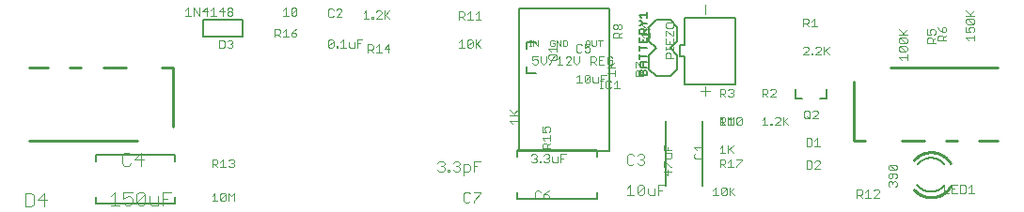
<source format=gto>
G75*
%MOIN*%
%OFA0B0*%
%FSLAX25Y25*%
%IPPOS*%
%LPD*%
%AMOC8*
5,1,8,0,0,1.08239X$1,22.5*
%
%ADD10C,0.00800*%
%ADD11C,0.00600*%
%ADD12C,0.00300*%
%ADD13C,0.00400*%
%ADD14C,0.00500*%
%ADD15C,0.00200*%
%ADD16C,0.01000*%
D10*
X0046906Y0006158D02*
X0046906Y0008442D01*
X0046906Y0006158D02*
X0075150Y0006158D01*
X0075150Y0008442D01*
X0075150Y0021158D02*
X0075150Y0023442D01*
X0046906Y0023442D01*
X0046906Y0021158D01*
X0196366Y0022658D02*
X0196366Y0024942D01*
X0224610Y0024942D01*
X0224610Y0022658D01*
X0249063Y0012257D02*
X0249063Y0035442D01*
X0261953Y0035442D02*
X0261953Y0012257D01*
X0224610Y0009942D02*
X0224610Y0007658D01*
X0196366Y0007658D01*
X0196366Y0009942D01*
X0294996Y0043544D02*
X0294996Y0046694D01*
X0306020Y0046694D02*
X0306020Y0043544D01*
X0303657Y0043544D01*
X0297358Y0043544D02*
X0294996Y0043544D01*
X0253008Y0053800D02*
X0250508Y0051300D01*
X0245508Y0051300D01*
X0243008Y0053800D01*
X0243008Y0058800D01*
X0245508Y0061300D01*
X0243008Y0063800D01*
X0243008Y0068800D01*
X0245508Y0071300D01*
X0250508Y0071300D01*
X0253008Y0068800D01*
X0253008Y0063800D01*
X0250508Y0061300D01*
X0253008Y0058800D01*
X0253008Y0053800D01*
X0202902Y0052288D02*
X0199752Y0052288D01*
X0199752Y0054650D01*
X0199752Y0060950D02*
X0199752Y0063312D01*
X0202902Y0063312D01*
D11*
X0239606Y0063386D02*
X0242208Y0063386D01*
X0242208Y0065121D01*
X0240907Y0064253D02*
X0240907Y0063386D01*
X0239606Y0063386D02*
X0239606Y0065121D01*
X0239606Y0066333D02*
X0239606Y0067634D01*
X0240039Y0068067D01*
X0240907Y0068067D01*
X0241340Y0067634D01*
X0241340Y0066333D01*
X0241340Y0067200D02*
X0242208Y0068067D01*
X0240907Y0070147D02*
X0240039Y0069279D01*
X0239606Y0069279D01*
X0240907Y0070147D02*
X0242208Y0070147D01*
X0240907Y0070147D02*
X0240039Y0071014D01*
X0239606Y0071014D01*
X0240473Y0072226D02*
X0239606Y0073093D01*
X0242208Y0073093D01*
X0242208Y0072226D02*
X0242208Y0073960D01*
X0242208Y0066333D02*
X0239606Y0066333D01*
X0239606Y0062174D02*
X0239606Y0060440D01*
X0239606Y0061307D02*
X0242208Y0061307D01*
X0239606Y0059228D02*
X0239606Y0057493D01*
X0239606Y0058360D02*
X0242208Y0058360D01*
X0242208Y0056281D02*
X0240473Y0056281D01*
X0239606Y0055414D01*
X0240473Y0054547D01*
X0242208Y0054547D01*
X0240907Y0054547D02*
X0240907Y0056281D01*
X0241340Y0053335D02*
X0241774Y0053335D01*
X0242208Y0052901D01*
X0242208Y0051600D01*
X0239606Y0051600D01*
X0239606Y0052901D01*
X0240039Y0053335D01*
X0240473Y0053335D01*
X0240907Y0052901D01*
X0240907Y0051600D01*
X0240907Y0052901D02*
X0241340Y0053335D01*
X0343008Y0022300D02*
X0343160Y0022298D01*
X0343311Y0022292D01*
X0343462Y0022283D01*
X0343614Y0022269D01*
X0343764Y0022252D01*
X0343914Y0022231D01*
X0344064Y0022206D01*
X0344213Y0022178D01*
X0344361Y0022145D01*
X0344508Y0022109D01*
X0344655Y0022070D01*
X0344800Y0022026D01*
X0344944Y0021979D01*
X0345087Y0021928D01*
X0345228Y0021874D01*
X0345369Y0021816D01*
X0345507Y0021755D01*
X0345644Y0021690D01*
X0345780Y0021621D01*
X0345913Y0021550D01*
X0346045Y0021475D01*
X0346175Y0021396D01*
X0346302Y0021315D01*
X0346428Y0021230D01*
X0346552Y0021142D01*
X0346673Y0021051D01*
X0346792Y0020957D01*
X0346908Y0020859D01*
X0347022Y0020759D01*
X0347134Y0020657D01*
X0347242Y0020551D01*
X0347348Y0020443D01*
X0347452Y0020332D01*
X0347552Y0020218D01*
X0347650Y0020102D01*
X0347744Y0019983D01*
X0343008Y0010300D02*
X0342854Y0010302D01*
X0342700Y0010308D01*
X0342546Y0010318D01*
X0342392Y0010332D01*
X0342239Y0010349D01*
X0342087Y0010371D01*
X0341935Y0010397D01*
X0341783Y0010426D01*
X0341633Y0010460D01*
X0341483Y0010497D01*
X0341335Y0010538D01*
X0341187Y0010583D01*
X0341041Y0010632D01*
X0340896Y0010684D01*
X0340753Y0010740D01*
X0340610Y0010800D01*
X0340470Y0010863D01*
X0340331Y0010930D01*
X0340194Y0011001D01*
X0340059Y0011075D01*
X0339926Y0011152D01*
X0339794Y0011233D01*
X0339665Y0011317D01*
X0339538Y0011405D01*
X0339414Y0011496D01*
X0339292Y0011589D01*
X0339172Y0011687D01*
X0339055Y0011787D01*
X0338940Y0011890D01*
X0338828Y0011996D01*
X0338719Y0012104D01*
X0338613Y0012216D01*
X0338509Y0012330D01*
X0338409Y0012447D01*
X0338311Y0012566D01*
X0338217Y0012688D01*
X0338126Y0012813D01*
X0343008Y0010300D02*
X0343158Y0010302D01*
X0343309Y0010308D01*
X0343459Y0010317D01*
X0343608Y0010330D01*
X0343758Y0010347D01*
X0343907Y0010368D01*
X0344055Y0010392D01*
X0344203Y0010420D01*
X0344350Y0010452D01*
X0344496Y0010487D01*
X0344641Y0010527D01*
X0344785Y0010569D01*
X0344928Y0010616D01*
X0345070Y0010666D01*
X0345211Y0010719D01*
X0345350Y0010776D01*
X0345488Y0010836D01*
X0345624Y0010900D01*
X0345758Y0010967D01*
X0345891Y0011038D01*
X0346022Y0011112D01*
X0346151Y0011189D01*
X0346278Y0011270D01*
X0346403Y0011353D01*
X0346526Y0011440D01*
X0346647Y0011529D01*
X0346765Y0011622D01*
X0346881Y0011718D01*
X0346995Y0011816D01*
X0347106Y0011917D01*
X0347215Y0012022D01*
X0347320Y0012128D01*
X0347424Y0012238D01*
X0347524Y0012350D01*
X0347622Y0012464D01*
X0347716Y0012581D01*
X0347808Y0012700D01*
X0343008Y0022300D02*
X0342856Y0022298D01*
X0342705Y0022292D01*
X0342554Y0022283D01*
X0342402Y0022269D01*
X0342252Y0022252D01*
X0342102Y0022231D01*
X0341952Y0022206D01*
X0341803Y0022178D01*
X0341655Y0022145D01*
X0341508Y0022109D01*
X0341361Y0022070D01*
X0341216Y0022026D01*
X0341072Y0021979D01*
X0340929Y0021928D01*
X0340788Y0021874D01*
X0340647Y0021816D01*
X0340509Y0021755D01*
X0340372Y0021690D01*
X0340236Y0021621D01*
X0340103Y0021550D01*
X0339971Y0021475D01*
X0339841Y0021396D01*
X0339714Y0021315D01*
X0339588Y0021230D01*
X0339464Y0021142D01*
X0339343Y0021051D01*
X0339224Y0020957D01*
X0339108Y0020859D01*
X0338994Y0020759D01*
X0338882Y0020657D01*
X0338774Y0020551D01*
X0338668Y0020443D01*
X0338564Y0020332D01*
X0338464Y0020218D01*
X0338366Y0020102D01*
X0338272Y0019983D01*
D12*
X0330826Y0019357D02*
X0330826Y0018390D01*
X0330343Y0017906D01*
X0328408Y0019841D01*
X0330343Y0019841D01*
X0330826Y0019357D01*
X0328408Y0019841D02*
X0327924Y0019357D01*
X0327924Y0018390D01*
X0328408Y0017906D01*
X0330343Y0017906D01*
X0330343Y0016894D02*
X0328408Y0016894D01*
X0327924Y0016411D01*
X0327924Y0015443D01*
X0328408Y0014960D01*
X0328891Y0014960D01*
X0329375Y0015443D01*
X0329375Y0016894D01*
X0330343Y0016894D02*
X0330826Y0016411D01*
X0330826Y0015443D01*
X0330343Y0014960D01*
X0330343Y0013948D02*
X0330826Y0013464D01*
X0330826Y0012497D01*
X0330343Y0012013D01*
X0329375Y0012980D02*
X0329375Y0013464D01*
X0329859Y0013948D01*
X0330343Y0013948D01*
X0329375Y0013464D02*
X0328891Y0013948D01*
X0328408Y0013948D01*
X0327924Y0013464D01*
X0327924Y0012497D01*
X0328408Y0012013D01*
X0324638Y0010614D02*
X0324155Y0011097D01*
X0323187Y0011097D01*
X0322703Y0010614D01*
X0324638Y0010614D02*
X0324638Y0010130D01*
X0322703Y0008195D01*
X0324638Y0008195D01*
X0321692Y0008195D02*
X0319757Y0008195D01*
X0320724Y0008195D02*
X0320724Y0011097D01*
X0319757Y0010130D01*
X0318745Y0010614D02*
X0318745Y0009646D01*
X0318262Y0009162D01*
X0316810Y0009162D01*
X0317778Y0009162D02*
X0318745Y0008195D01*
X0316810Y0008195D02*
X0316810Y0011097D01*
X0318262Y0011097D01*
X0318745Y0010614D01*
X0347494Y0009781D02*
X0349429Y0009781D01*
X0350440Y0009781D02*
X0352375Y0009781D01*
X0353387Y0009781D02*
X0354838Y0009781D01*
X0355322Y0010265D01*
X0355322Y0012200D01*
X0354838Y0012684D01*
X0353387Y0012684D01*
X0353387Y0009781D01*
X0356333Y0009781D02*
X0358268Y0009781D01*
X0357301Y0009781D02*
X0357301Y0012684D01*
X0356333Y0011716D01*
X0352375Y0012684D02*
X0350440Y0012684D01*
X0350440Y0009781D01*
X0347494Y0009781D02*
X0347494Y0012684D01*
X0350440Y0011233D02*
X0351408Y0011233D01*
X0303709Y0018387D02*
X0301774Y0018387D01*
X0303709Y0020322D01*
X0303709Y0020806D01*
X0303225Y0021289D01*
X0302257Y0021289D01*
X0301774Y0020806D01*
X0300762Y0020806D02*
X0300278Y0021289D01*
X0298827Y0021289D01*
X0298827Y0018387D01*
X0300278Y0018387D01*
X0300762Y0018871D01*
X0300762Y0020806D01*
X0300278Y0026387D02*
X0300762Y0026871D01*
X0300762Y0028806D01*
X0300278Y0029289D01*
X0298827Y0029289D01*
X0298827Y0026387D01*
X0300278Y0026387D01*
X0301774Y0026387D02*
X0303709Y0026387D01*
X0302741Y0026387D02*
X0302741Y0029289D01*
X0301774Y0028322D01*
X0292459Y0033950D02*
X0291008Y0035401D01*
X0290524Y0034917D02*
X0292459Y0036852D01*
X0290524Y0036852D02*
X0290524Y0033950D01*
X0289513Y0033950D02*
X0287578Y0033950D01*
X0289513Y0035885D01*
X0289513Y0036369D01*
X0289029Y0036852D01*
X0288061Y0036852D01*
X0287578Y0036369D01*
X0284125Y0036852D02*
X0283158Y0035885D01*
X0284125Y0036852D02*
X0284125Y0033950D01*
X0283158Y0033950D02*
X0285093Y0033950D01*
X0286104Y0033950D02*
X0286588Y0033950D01*
X0286588Y0034434D01*
X0286104Y0034434D01*
X0286104Y0033950D01*
X0275986Y0034434D02*
X0275986Y0036369D01*
X0274051Y0034434D01*
X0274535Y0033950D01*
X0275502Y0033950D01*
X0275986Y0034434D01*
X0274051Y0034434D02*
X0274051Y0036369D01*
X0274535Y0036852D01*
X0275502Y0036852D01*
X0275986Y0036369D01*
X0273039Y0036852D02*
X0273039Y0033950D01*
X0271104Y0033950D01*
X0271104Y0036852D01*
X0272072Y0035885D01*
X0273039Y0036852D01*
X0272072Y0036852D02*
X0271104Y0035885D01*
X0270093Y0036369D02*
X0270093Y0035401D01*
X0269609Y0034917D01*
X0268158Y0034917D01*
X0268158Y0033950D02*
X0270093Y0033950D01*
X0269125Y0034917D01*
X0269125Y0033950D02*
X0269125Y0036852D01*
X0268158Y0035885D01*
X0268158Y0036852D02*
X0269609Y0036852D01*
X0270093Y0036369D01*
X0268158Y0036852D02*
X0268158Y0033950D01*
X0272072Y0033950D02*
X0272072Y0036852D01*
X0298015Y0036734D02*
X0298499Y0036250D01*
X0299466Y0036250D01*
X0299950Y0036734D01*
X0299950Y0038669D01*
X0299466Y0039152D01*
X0298499Y0039152D01*
X0298015Y0038669D01*
X0298015Y0036734D01*
X0298982Y0037217D02*
X0299950Y0036250D01*
X0300961Y0036250D02*
X0302896Y0038185D01*
X0302896Y0038669D01*
X0302413Y0039152D01*
X0301445Y0039152D01*
X0300961Y0038669D01*
X0300961Y0036250D02*
X0302896Y0036250D01*
X0288039Y0043950D02*
X0286104Y0043950D01*
X0288039Y0045885D01*
X0288039Y0046369D01*
X0287556Y0046852D01*
X0286588Y0046852D01*
X0286104Y0046369D01*
X0285093Y0046369D02*
X0285093Y0045401D01*
X0284609Y0044917D01*
X0283158Y0044917D01*
X0283158Y0043950D02*
X0283158Y0046852D01*
X0284609Y0046852D01*
X0285093Y0046369D01*
X0284125Y0044917D02*
X0285093Y0043950D01*
X0273039Y0044434D02*
X0272556Y0043950D01*
X0271588Y0043950D01*
X0271104Y0044434D01*
X0270093Y0043950D02*
X0269125Y0044917D01*
X0269609Y0044917D02*
X0268158Y0044917D01*
X0268158Y0043950D02*
X0268158Y0046852D01*
X0269609Y0046852D01*
X0270093Y0046369D01*
X0270093Y0045401D01*
X0269609Y0044917D01*
X0272072Y0045401D02*
X0272556Y0045401D01*
X0273039Y0044917D01*
X0273039Y0044434D01*
X0272556Y0045401D02*
X0273039Y0045885D01*
X0273039Y0046369D01*
X0272556Y0046852D01*
X0271588Y0046852D01*
X0271104Y0046369D01*
X0241058Y0051557D02*
X0238155Y0051557D01*
X0238155Y0053008D01*
X0238639Y0053492D01*
X0239607Y0053492D01*
X0240090Y0053008D01*
X0240090Y0051557D01*
X0240090Y0052524D02*
X0241058Y0053492D01*
X0241058Y0054503D02*
X0240574Y0054503D01*
X0238639Y0056438D01*
X0238155Y0056438D01*
X0238155Y0054503D01*
X0231058Y0054503D02*
X0228155Y0054503D01*
X0229607Y0054987D02*
X0231058Y0056438D01*
X0230090Y0054503D02*
X0228155Y0056438D01*
X0231058Y0053492D02*
X0231058Y0051557D01*
X0231058Y0052524D02*
X0228155Y0052524D01*
X0229123Y0051557D01*
X0227995Y0051872D02*
X0226060Y0051872D01*
X0226060Y0048970D01*
X0226142Y0049852D02*
X0226142Y0046950D01*
X0226625Y0046950D02*
X0225658Y0046950D01*
X0227622Y0047434D02*
X0228106Y0046950D01*
X0229073Y0046950D01*
X0229557Y0047434D01*
X0230569Y0046950D02*
X0232504Y0046950D01*
X0231536Y0046950D02*
X0231536Y0049852D01*
X0230569Y0048885D01*
X0229557Y0049369D02*
X0229073Y0049852D01*
X0228106Y0049852D01*
X0227622Y0049369D01*
X0227622Y0047434D01*
X0225049Y0048970D02*
X0225049Y0050905D01*
X0226060Y0050421D02*
X0227028Y0050421D01*
X0226625Y0049852D02*
X0225658Y0049852D01*
X0225049Y0048970D02*
X0223598Y0048970D01*
X0223114Y0049453D01*
X0223114Y0050905D01*
X0222102Y0051388D02*
X0220167Y0049453D01*
X0220651Y0048970D01*
X0221619Y0048970D01*
X0222102Y0049453D01*
X0222102Y0051388D01*
X0221619Y0051872D01*
X0220651Y0051872D01*
X0220167Y0051388D01*
X0220167Y0049453D01*
X0219156Y0048970D02*
X0217221Y0048970D01*
X0218188Y0048970D02*
X0218188Y0051872D01*
X0217221Y0050905D01*
X0210358Y0057684D02*
X0209874Y0057200D01*
X0207939Y0057200D01*
X0207455Y0057684D01*
X0207455Y0058651D01*
X0207939Y0059135D01*
X0209874Y0059135D01*
X0210358Y0058651D01*
X0210358Y0057684D01*
X0209390Y0058167D02*
X0210358Y0059135D01*
X0210358Y0060147D02*
X0210358Y0062081D01*
X0210358Y0061114D02*
X0207455Y0061114D01*
X0208423Y0060147D01*
X0217221Y0060379D02*
X0217705Y0059895D01*
X0218672Y0059895D01*
X0219156Y0060379D01*
X0220167Y0060379D02*
X0220651Y0059895D01*
X0221619Y0059895D01*
X0222102Y0060379D01*
X0222102Y0061346D01*
X0221619Y0061830D01*
X0221135Y0061830D01*
X0220167Y0061346D01*
X0220167Y0062797D01*
X0222102Y0062797D01*
X0219156Y0062314D02*
X0218672Y0062797D01*
X0217705Y0062797D01*
X0217221Y0062314D01*
X0217221Y0060379D01*
X0230455Y0064950D02*
X0230455Y0066401D01*
X0230939Y0066885D01*
X0231907Y0066885D01*
X0232390Y0066401D01*
X0232390Y0064950D01*
X0232390Y0065917D02*
X0233358Y0066885D01*
X0232874Y0067897D02*
X0232390Y0067897D01*
X0231907Y0068380D01*
X0231907Y0069348D01*
X0232390Y0069831D01*
X0232874Y0069831D01*
X0233358Y0069348D01*
X0233358Y0068380D01*
X0232874Y0067897D01*
X0231907Y0068380D02*
X0231423Y0067897D01*
X0230939Y0067897D01*
X0230455Y0068380D01*
X0230455Y0069348D01*
X0230939Y0069831D01*
X0231423Y0069831D01*
X0231907Y0069348D01*
X0240455Y0069831D02*
X0242390Y0067897D01*
X0241907Y0068380D02*
X0243358Y0069831D01*
X0248876Y0069978D02*
X0248876Y0069011D01*
X0249360Y0068527D01*
X0251295Y0068527D01*
X0251778Y0069011D01*
X0251778Y0069978D01*
X0251295Y0070462D01*
X0249360Y0070462D01*
X0248876Y0069978D01*
X0243358Y0067897D02*
X0240455Y0067897D01*
X0243358Y0066885D02*
X0243358Y0064950D01*
X0243358Y0065917D02*
X0240455Y0065917D01*
X0241423Y0064950D01*
X0248876Y0064569D02*
X0248876Y0062634D01*
X0251778Y0062634D01*
X0251778Y0064569D01*
X0251778Y0065581D02*
X0251778Y0067516D01*
X0251295Y0065581D02*
X0249360Y0067516D01*
X0248876Y0067516D01*
X0248876Y0065581D01*
X0251295Y0065581D02*
X0251778Y0065581D01*
X0250327Y0063602D02*
X0250327Y0062634D01*
X0248876Y0061637D02*
X0248876Y0060670D01*
X0248876Y0061153D02*
X0251778Y0061153D01*
X0251778Y0060670D02*
X0251778Y0061637D01*
X0250327Y0059658D02*
X0249360Y0059658D01*
X0248876Y0059174D01*
X0248876Y0057723D01*
X0251778Y0057723D01*
X0250811Y0057723D02*
X0250811Y0059174D01*
X0250327Y0059658D01*
X0233358Y0064950D02*
X0230455Y0064950D01*
X0183486Y0064352D02*
X0181551Y0062417D01*
X0182035Y0062901D02*
X0183486Y0061450D01*
X0181551Y0061450D02*
X0181551Y0064352D01*
X0180539Y0063869D02*
X0178604Y0061934D01*
X0179088Y0061450D01*
X0180056Y0061450D01*
X0180539Y0061934D01*
X0180539Y0063869D01*
X0180056Y0064352D01*
X0179088Y0064352D01*
X0178604Y0063869D01*
X0178604Y0061934D01*
X0177593Y0061450D02*
X0175658Y0061450D01*
X0176625Y0061450D02*
X0176625Y0064352D01*
X0175658Y0063385D01*
X0151146Y0061201D02*
X0149211Y0061201D01*
X0150663Y0062652D01*
X0150663Y0059750D01*
X0148200Y0059750D02*
X0146265Y0059750D01*
X0147232Y0059750D02*
X0147232Y0062652D01*
X0146265Y0061685D01*
X0145253Y0062169D02*
X0145253Y0061201D01*
X0144770Y0060717D01*
X0143318Y0060717D01*
X0143318Y0059750D02*
X0143318Y0062652D01*
X0144770Y0062652D01*
X0145253Y0062169D01*
X0140501Y0062921D02*
X0139534Y0062921D01*
X0138522Y0063405D02*
X0138522Y0061470D01*
X0137071Y0061470D01*
X0136587Y0061953D01*
X0136587Y0063405D01*
X0134608Y0064372D02*
X0134608Y0061470D01*
X0133641Y0061470D02*
X0135576Y0061470D01*
X0132651Y0061470D02*
X0132167Y0061470D01*
X0132167Y0061953D01*
X0132651Y0061953D01*
X0132651Y0061470D01*
X0131156Y0061953D02*
X0130672Y0061470D01*
X0129705Y0061470D01*
X0129221Y0061953D01*
X0131156Y0063888D01*
X0131156Y0061953D01*
X0129221Y0061953D02*
X0129221Y0063888D01*
X0129705Y0064372D01*
X0130672Y0064372D01*
X0131156Y0063888D01*
X0133641Y0063405D02*
X0134608Y0064372D01*
X0139534Y0064372D02*
X0141469Y0064372D01*
X0139534Y0064372D02*
X0139534Y0061470D01*
X0144286Y0060717D02*
X0145253Y0059750D01*
X0118146Y0065734D02*
X0118146Y0066217D01*
X0117663Y0066701D01*
X0116211Y0066701D01*
X0116211Y0065734D01*
X0116695Y0065250D01*
X0117663Y0065250D01*
X0118146Y0065734D01*
X0117179Y0067669D02*
X0116211Y0066701D01*
X0117179Y0067669D02*
X0118146Y0068152D01*
X0114232Y0068152D02*
X0113265Y0067185D01*
X0112253Y0067669D02*
X0112253Y0066701D01*
X0111770Y0066217D01*
X0110318Y0066217D01*
X0111286Y0066217D02*
X0112253Y0065250D01*
X0113265Y0065250D02*
X0115200Y0065250D01*
X0114232Y0065250D02*
X0114232Y0068152D01*
X0112253Y0067669D02*
X0111770Y0068152D01*
X0110318Y0068152D01*
X0110318Y0065250D01*
X0095477Y0063732D02*
X0095477Y0063248D01*
X0094993Y0062764D01*
X0095477Y0062280D01*
X0095477Y0061797D01*
X0094993Y0061313D01*
X0094026Y0061313D01*
X0093542Y0061797D01*
X0092531Y0061797D02*
X0092531Y0063732D01*
X0092047Y0064215D01*
X0090596Y0064215D01*
X0090596Y0061313D01*
X0092047Y0061313D01*
X0092531Y0061797D01*
X0094510Y0062764D02*
X0094993Y0062764D01*
X0095477Y0063732D02*
X0094993Y0064215D01*
X0094026Y0064215D01*
X0093542Y0063732D01*
X0129221Y0072879D02*
X0129705Y0072395D01*
X0130672Y0072395D01*
X0131156Y0072879D01*
X0132167Y0072395D02*
X0134102Y0074330D01*
X0134102Y0074814D01*
X0133619Y0075297D01*
X0132651Y0075297D01*
X0132167Y0074814D01*
X0131156Y0074814D02*
X0130672Y0075297D01*
X0129705Y0075297D01*
X0129221Y0074814D01*
X0129221Y0072879D01*
X0132167Y0072395D02*
X0134102Y0072395D01*
X0141845Y0071750D02*
X0143780Y0071750D01*
X0142813Y0071750D02*
X0142813Y0074652D01*
X0141845Y0073685D01*
X0146265Y0074169D02*
X0146749Y0074652D01*
X0147716Y0074652D01*
X0148200Y0074169D01*
X0148200Y0073685D01*
X0146265Y0071750D01*
X0148200Y0071750D01*
X0149211Y0071750D02*
X0149211Y0074652D01*
X0149211Y0072717D02*
X0151146Y0074652D01*
X0149695Y0073201D02*
X0151146Y0071750D01*
X0145275Y0071750D02*
X0145275Y0072234D01*
X0144792Y0072234D01*
X0144792Y0071750D01*
X0145275Y0071750D01*
X0118146Y0073234D02*
X0117663Y0072750D01*
X0116695Y0072750D01*
X0116211Y0073234D01*
X0118146Y0075169D01*
X0118146Y0073234D01*
X0116211Y0073234D02*
X0116211Y0075169D01*
X0116695Y0075652D01*
X0117663Y0075652D01*
X0118146Y0075169D01*
X0114232Y0075652D02*
X0113265Y0074685D01*
X0114232Y0075652D02*
X0114232Y0072750D01*
X0113265Y0072750D02*
X0115200Y0072750D01*
X0095477Y0073289D02*
X0094993Y0072805D01*
X0094026Y0072805D01*
X0093542Y0073289D01*
X0093542Y0073773D01*
X0094026Y0074256D01*
X0094993Y0074256D01*
X0095477Y0073773D01*
X0095477Y0073289D01*
X0094993Y0074256D02*
X0095477Y0074740D01*
X0095477Y0075224D01*
X0094993Y0075708D01*
X0094026Y0075708D01*
X0093542Y0075224D01*
X0093542Y0074740D01*
X0094026Y0074256D01*
X0092531Y0074256D02*
X0090596Y0074256D01*
X0092047Y0075708D01*
X0092047Y0072805D01*
X0089584Y0072805D02*
X0087649Y0072805D01*
X0088617Y0072805D02*
X0088617Y0075708D01*
X0087649Y0074740D01*
X0086637Y0074256D02*
X0084703Y0074256D01*
X0086154Y0075708D01*
X0086154Y0072805D01*
X0083691Y0072805D02*
X0083691Y0075708D01*
X0081756Y0075708D02*
X0083691Y0072805D01*
X0081756Y0072805D02*
X0081756Y0075708D01*
X0079777Y0075708D02*
X0079777Y0072805D01*
X0080744Y0072805D02*
X0078809Y0072805D01*
X0078809Y0074740D02*
X0079777Y0075708D01*
X0175658Y0074352D02*
X0175658Y0071450D01*
X0175658Y0072417D02*
X0177109Y0072417D01*
X0177593Y0072901D01*
X0177593Y0073869D01*
X0177109Y0074352D01*
X0175658Y0074352D01*
X0178604Y0073385D02*
X0179572Y0074352D01*
X0179572Y0071450D01*
X0180539Y0071450D02*
X0178604Y0071450D01*
X0177593Y0071450D02*
X0176625Y0072417D01*
X0181551Y0071450D02*
X0183486Y0071450D01*
X0182518Y0071450D02*
X0182518Y0074352D01*
X0181551Y0073385D01*
X0297658Y0071852D02*
X0297658Y0068950D01*
X0297658Y0069917D02*
X0299109Y0069917D01*
X0299593Y0070401D01*
X0299593Y0071369D01*
X0299109Y0071852D01*
X0297658Y0071852D01*
X0300604Y0070885D02*
X0301572Y0071852D01*
X0301572Y0068950D01*
X0302539Y0068950D02*
X0300604Y0068950D01*
X0299593Y0068950D02*
X0298625Y0069917D01*
X0331655Y0067938D02*
X0333590Y0066003D01*
X0333107Y0066487D02*
X0334558Y0067938D01*
X0341655Y0067938D02*
X0341655Y0066003D01*
X0343107Y0066003D01*
X0342623Y0066971D01*
X0342623Y0067455D01*
X0343107Y0067938D01*
X0344074Y0067938D01*
X0344558Y0067455D01*
X0344558Y0066487D01*
X0344074Y0066003D01*
X0344558Y0064992D02*
X0343590Y0064024D01*
X0343590Y0064508D02*
X0343107Y0064992D01*
X0342139Y0064992D01*
X0341655Y0064508D01*
X0341655Y0063057D01*
X0344558Y0063057D01*
X0343590Y0063057D02*
X0343590Y0064508D01*
X0345455Y0063950D02*
X0345455Y0065401D01*
X0345939Y0065885D01*
X0346907Y0065885D01*
X0347390Y0065401D01*
X0347390Y0063950D01*
X0347390Y0064917D02*
X0348358Y0065885D01*
X0347874Y0066897D02*
X0346907Y0066897D01*
X0346907Y0068348D01*
X0347390Y0068831D01*
X0347874Y0068831D01*
X0348358Y0068348D01*
X0348358Y0067380D01*
X0347874Y0066897D01*
X0346907Y0066897D02*
X0345939Y0067864D01*
X0345455Y0068831D01*
X0355455Y0068831D02*
X0355455Y0066897D01*
X0356907Y0066897D01*
X0356423Y0067864D01*
X0356423Y0068348D01*
X0356907Y0068831D01*
X0357874Y0068831D01*
X0358358Y0068348D01*
X0358358Y0067380D01*
X0357874Y0066897D01*
X0358358Y0065885D02*
X0358358Y0063950D01*
X0358358Y0064917D02*
X0355455Y0064917D01*
X0356423Y0063950D01*
X0348358Y0063950D02*
X0345455Y0063950D01*
X0334558Y0063541D02*
X0334074Y0063057D01*
X0332139Y0064992D01*
X0334074Y0064992D01*
X0334558Y0064508D01*
X0334558Y0063541D01*
X0334074Y0063057D02*
X0332139Y0063057D01*
X0331655Y0063541D01*
X0331655Y0064508D01*
X0332139Y0064992D01*
X0331655Y0066003D02*
X0334558Y0066003D01*
X0334074Y0062045D02*
X0334558Y0061562D01*
X0334558Y0060594D01*
X0334074Y0060110D01*
X0332139Y0062045D01*
X0334074Y0062045D01*
X0332139Y0062045D02*
X0331655Y0061562D01*
X0331655Y0060594D01*
X0332139Y0060110D01*
X0334074Y0060110D01*
X0334558Y0059099D02*
X0334558Y0057164D01*
X0334558Y0058131D02*
X0331655Y0058131D01*
X0332623Y0057164D01*
X0306959Y0058950D02*
X0305508Y0060401D01*
X0305024Y0059917D02*
X0306959Y0061852D01*
X0305024Y0061852D02*
X0305024Y0058950D01*
X0304013Y0058950D02*
X0302078Y0058950D01*
X0304013Y0060885D01*
X0304013Y0061369D01*
X0303529Y0061852D01*
X0302561Y0061852D01*
X0302078Y0061369D01*
X0299593Y0061369D02*
X0299593Y0060885D01*
X0297658Y0058950D01*
X0299593Y0058950D01*
X0300604Y0058950D02*
X0301088Y0058950D01*
X0301088Y0059434D01*
X0300604Y0059434D01*
X0300604Y0058950D01*
X0299593Y0061369D02*
X0299109Y0061852D01*
X0298142Y0061852D01*
X0297658Y0061369D01*
X0355455Y0070327D02*
X0355939Y0069843D01*
X0357874Y0069843D01*
X0355939Y0071778D01*
X0357874Y0071778D01*
X0358358Y0071294D01*
X0358358Y0070327D01*
X0357874Y0069843D01*
X0355455Y0070327D02*
X0355455Y0071294D01*
X0355939Y0071778D01*
X0355455Y0072790D02*
X0358358Y0072790D01*
X0357390Y0072790D02*
X0355455Y0074725D01*
X0356907Y0073273D02*
X0358358Y0074725D01*
X0196558Y0039438D02*
X0195107Y0037987D01*
X0195590Y0037503D02*
X0193655Y0039438D01*
X0193655Y0037503D02*
X0196558Y0037503D01*
X0196558Y0036492D02*
X0196558Y0034557D01*
X0194623Y0034557D02*
X0193655Y0035524D01*
X0196558Y0035524D01*
X0205155Y0033438D02*
X0205155Y0031503D01*
X0206607Y0031503D01*
X0206123Y0032471D01*
X0206123Y0032955D01*
X0206607Y0033438D01*
X0207574Y0033438D01*
X0208058Y0032955D01*
X0208058Y0031987D01*
X0207574Y0031503D01*
X0208058Y0030492D02*
X0208058Y0028557D01*
X0208058Y0029524D02*
X0205155Y0029524D01*
X0206123Y0028557D01*
X0206607Y0027545D02*
X0207090Y0027062D01*
X0207090Y0025610D01*
X0208058Y0025610D02*
X0205155Y0025610D01*
X0205155Y0027062D01*
X0205639Y0027545D01*
X0206607Y0027545D01*
X0207090Y0026578D02*
X0208058Y0027545D01*
X0207207Y0023633D02*
X0206239Y0023633D01*
X0205755Y0023149D01*
X0207207Y0023633D02*
X0207690Y0023149D01*
X0207690Y0022665D01*
X0207207Y0022182D01*
X0207690Y0021698D01*
X0207690Y0021214D01*
X0207207Y0020730D01*
X0206239Y0020730D01*
X0205755Y0021214D01*
X0204766Y0021214D02*
X0204766Y0020730D01*
X0204282Y0020730D01*
X0204282Y0021214D01*
X0204766Y0021214D01*
X0203271Y0021214D02*
X0202787Y0020730D01*
X0201819Y0020730D01*
X0201336Y0021214D01*
X0202303Y0022182D02*
X0202787Y0022182D01*
X0203271Y0021698D01*
X0203271Y0021214D01*
X0202787Y0022182D02*
X0203271Y0022665D01*
X0203271Y0023149D01*
X0202787Y0023633D01*
X0201819Y0023633D01*
X0201336Y0023149D01*
X0206723Y0022182D02*
X0207207Y0022182D01*
X0208702Y0022665D02*
X0208702Y0021214D01*
X0209186Y0020730D01*
X0210637Y0020730D01*
X0210637Y0022665D01*
X0211648Y0022182D02*
X0212616Y0022182D01*
X0211648Y0023633D02*
X0211648Y0020730D01*
X0211648Y0023633D02*
X0213583Y0023633D01*
X0235221Y0022981D02*
X0235221Y0020512D01*
X0235838Y0019895D01*
X0237072Y0019895D01*
X0237690Y0020512D01*
X0238904Y0020512D02*
X0239521Y0019895D01*
X0240756Y0019895D01*
X0241373Y0020512D01*
X0241373Y0021129D01*
X0240756Y0021746D01*
X0240138Y0021746D01*
X0240756Y0021746D02*
X0241373Y0022364D01*
X0241373Y0022981D01*
X0240756Y0023598D01*
X0239521Y0023598D01*
X0238904Y0022981D01*
X0237690Y0022981D02*
X0237072Y0023598D01*
X0235838Y0023598D01*
X0235221Y0022981D01*
X0248175Y0024940D02*
X0248175Y0026875D01*
X0249626Y0025908D02*
X0249626Y0024940D01*
X0248175Y0024940D02*
X0251078Y0024940D01*
X0251078Y0023929D02*
X0249143Y0023929D01*
X0251078Y0023929D02*
X0251078Y0022478D01*
X0250594Y0021994D01*
X0249143Y0021994D01*
X0248659Y0020982D02*
X0250594Y0019047D01*
X0251078Y0019047D01*
X0248175Y0019047D02*
X0248175Y0020982D01*
X0248659Y0020982D01*
X0259100Y0022478D02*
X0259100Y0023445D01*
X0259584Y0023929D01*
X0259100Y0022478D02*
X0259584Y0021994D01*
X0261519Y0021994D01*
X0262003Y0022478D01*
X0262003Y0023445D01*
X0261519Y0023929D01*
X0268158Y0023950D02*
X0270093Y0023950D01*
X0269125Y0023950D02*
X0269125Y0026852D01*
X0268158Y0025885D01*
X0271104Y0026852D02*
X0271104Y0023950D01*
X0271588Y0025401D02*
X0273039Y0023950D01*
X0271104Y0024917D02*
X0273039Y0026852D01*
X0262003Y0026875D02*
X0262003Y0024940D01*
X0262003Y0025908D02*
X0259100Y0025908D01*
X0260068Y0024940D01*
X0268158Y0021852D02*
X0269609Y0021852D01*
X0270093Y0021369D01*
X0270093Y0020401D01*
X0269609Y0019917D01*
X0268158Y0019917D01*
X0269125Y0019917D02*
X0270093Y0018950D01*
X0271104Y0018950D02*
X0273039Y0018950D01*
X0272072Y0018950D02*
X0272072Y0021852D01*
X0271104Y0020885D01*
X0268158Y0021852D02*
X0268158Y0018950D01*
X0274051Y0018950D02*
X0274051Y0019434D01*
X0275986Y0021369D01*
X0275986Y0021852D01*
X0274051Y0021852D01*
X0251078Y0017552D02*
X0248175Y0017552D01*
X0249626Y0016101D01*
X0249626Y0018036D01*
X0248739Y0012673D02*
X0246270Y0012673D01*
X0246270Y0008970D01*
X0245056Y0008970D02*
X0245056Y0011438D01*
X0246270Y0010821D02*
X0247505Y0010821D01*
X0242587Y0011438D02*
X0242587Y0009587D01*
X0243204Y0008970D01*
X0245056Y0008970D01*
X0241373Y0009587D02*
X0240756Y0008970D01*
X0239521Y0008970D01*
X0238904Y0009587D01*
X0241373Y0012056D01*
X0241373Y0009587D01*
X0238904Y0009587D02*
X0238904Y0012056D01*
X0239521Y0012673D01*
X0240756Y0012673D01*
X0241373Y0012056D01*
X0236455Y0012673D02*
X0235221Y0011438D01*
X0236455Y0012673D02*
X0236455Y0008970D01*
X0235221Y0008970D02*
X0237690Y0008970D01*
X0207583Y0008773D02*
X0207100Y0009256D01*
X0205648Y0009256D01*
X0205648Y0008289D01*
X0206132Y0007805D01*
X0207100Y0007805D01*
X0207583Y0008289D01*
X0207583Y0008773D01*
X0206616Y0010224D02*
X0205648Y0009256D01*
X0206616Y0010224D02*
X0207583Y0010708D01*
X0204637Y0010224D02*
X0204153Y0010708D01*
X0203186Y0010708D01*
X0202702Y0010224D01*
X0202702Y0008289D01*
X0203186Y0007805D01*
X0204153Y0007805D01*
X0204637Y0008289D01*
X0183381Y0009591D02*
X0180912Y0007122D01*
X0180912Y0006505D01*
X0179697Y0007122D02*
X0179080Y0006505D01*
X0177846Y0006505D01*
X0177229Y0007122D01*
X0177229Y0009591D01*
X0177846Y0010208D01*
X0179080Y0010208D01*
X0179697Y0009591D01*
X0180912Y0010208D02*
X0183381Y0010208D01*
X0183381Y0009591D01*
X0177229Y0016196D02*
X0177229Y0019899D01*
X0179080Y0019899D01*
X0179697Y0019282D01*
X0179697Y0018048D01*
X0179080Y0017430D01*
X0177229Y0017430D01*
X0176014Y0018048D02*
X0175397Y0017430D01*
X0174163Y0017430D01*
X0173545Y0018048D01*
X0172321Y0018048D02*
X0172321Y0017430D01*
X0171704Y0017430D01*
X0171704Y0018048D01*
X0172321Y0018048D01*
X0170489Y0018048D02*
X0170489Y0018665D01*
X0169872Y0019282D01*
X0169255Y0019282D01*
X0169872Y0019282D02*
X0170489Y0019899D01*
X0170489Y0020516D01*
X0169872Y0021133D01*
X0168638Y0021133D01*
X0168021Y0020516D01*
X0173545Y0020516D02*
X0174163Y0021133D01*
X0175397Y0021133D01*
X0176014Y0020516D01*
X0176014Y0019899D01*
X0175397Y0019282D01*
X0176014Y0018665D01*
X0176014Y0018048D01*
X0180912Y0017430D02*
X0180912Y0021133D01*
X0183380Y0021133D01*
X0182146Y0019282D02*
X0180912Y0019282D01*
X0175397Y0019282D02*
X0174780Y0019282D01*
X0170489Y0018048D02*
X0169872Y0017430D01*
X0168638Y0017430D01*
X0168021Y0018048D01*
X0095986Y0019434D02*
X0095502Y0018950D01*
X0094535Y0018950D01*
X0094051Y0019434D01*
X0093039Y0018950D02*
X0091104Y0018950D01*
X0092072Y0018950D02*
X0092072Y0021852D01*
X0091104Y0020885D01*
X0090093Y0021369D02*
X0090093Y0020401D01*
X0089609Y0019917D01*
X0088158Y0019917D01*
X0089125Y0019917D02*
X0090093Y0018950D01*
X0088158Y0018950D02*
X0088158Y0021852D01*
X0089609Y0021852D01*
X0090093Y0021369D01*
X0094051Y0021369D02*
X0094535Y0021852D01*
X0095502Y0021852D01*
X0095986Y0021369D01*
X0095986Y0020885D01*
X0095502Y0020401D01*
X0095986Y0019917D01*
X0095986Y0019434D01*
X0095502Y0020401D02*
X0095018Y0020401D01*
X0094051Y0009852D02*
X0095018Y0008885D01*
X0095986Y0009852D01*
X0095986Y0006950D01*
X0094051Y0006950D02*
X0094051Y0009852D01*
X0093039Y0009369D02*
X0091104Y0007434D01*
X0091588Y0006950D01*
X0092556Y0006950D01*
X0093039Y0007434D01*
X0093039Y0009369D01*
X0092556Y0009852D01*
X0091588Y0009852D01*
X0091104Y0009369D01*
X0091104Y0007434D01*
X0090093Y0006950D02*
X0088158Y0006950D01*
X0089125Y0006950D02*
X0089125Y0009852D01*
X0088158Y0008885D01*
X0265658Y0008950D02*
X0267593Y0008950D01*
X0266625Y0008950D02*
X0266625Y0011852D01*
X0265658Y0010885D01*
X0268604Y0011369D02*
X0269088Y0011852D01*
X0270056Y0011852D01*
X0270539Y0011369D01*
X0268604Y0009434D01*
X0269088Y0008950D01*
X0270056Y0008950D01*
X0270539Y0009434D01*
X0270539Y0011369D01*
X0271551Y0011852D02*
X0271551Y0008950D01*
X0272035Y0010401D02*
X0273486Y0008950D01*
X0271551Y0009917D02*
X0273486Y0011852D01*
X0268604Y0011369D02*
X0268604Y0009434D01*
D13*
X0024133Y0005063D02*
X0021831Y0005063D01*
X0021831Y0009667D01*
X0024133Y0009667D01*
X0024900Y0008900D01*
X0024900Y0005830D01*
X0024133Y0005063D01*
X0028737Y0005063D02*
X0028737Y0009667D01*
X0026435Y0007365D01*
X0029504Y0007365D01*
X0052208Y0008569D02*
X0053743Y0010104D01*
X0053743Y0005500D01*
X0055277Y0005500D02*
X0052208Y0005500D01*
X0056812Y0006267D02*
X0057579Y0005500D01*
X0059114Y0005500D01*
X0059881Y0006267D01*
X0059881Y0007802D01*
X0059114Y0008569D01*
X0058346Y0008569D01*
X0056812Y0007802D01*
X0056812Y0010104D01*
X0059881Y0010104D01*
X0061416Y0009337D02*
X0062183Y0010104D01*
X0063718Y0010104D01*
X0064485Y0009337D01*
X0061416Y0006267D01*
X0062183Y0005500D01*
X0063718Y0005500D01*
X0064485Y0006267D01*
X0064485Y0009337D01*
X0066020Y0008569D02*
X0066020Y0006267D01*
X0066787Y0005500D01*
X0069089Y0005500D01*
X0069089Y0008569D01*
X0070624Y0007802D02*
X0072158Y0007802D01*
X0070624Y0005500D02*
X0070624Y0010104D01*
X0073693Y0010104D01*
X0061416Y0009337D02*
X0061416Y0006267D01*
X0063114Y0019500D02*
X0063114Y0024104D01*
X0060812Y0021802D01*
X0063881Y0021802D01*
X0059277Y0023337D02*
X0058510Y0024104D01*
X0056975Y0024104D01*
X0056208Y0023337D01*
X0056208Y0020267D01*
X0056975Y0019500D01*
X0058510Y0019500D01*
X0059277Y0020267D01*
X0201708Y0055967D02*
X0202175Y0055500D01*
X0203109Y0055500D01*
X0203576Y0055967D01*
X0203576Y0056901D01*
X0203109Y0057368D01*
X0202642Y0057368D01*
X0201708Y0056901D01*
X0201708Y0058302D01*
X0203576Y0058302D01*
X0204654Y0058302D02*
X0204654Y0056434D01*
X0205589Y0055500D01*
X0206523Y0056434D01*
X0206523Y0058302D01*
X0209469Y0058302D02*
X0207601Y0055500D01*
X0210547Y0055500D02*
X0212416Y0055500D01*
X0211482Y0055500D02*
X0211482Y0058302D01*
X0210547Y0057368D01*
X0213494Y0057835D02*
X0213961Y0058302D01*
X0214895Y0058302D01*
X0215362Y0057835D01*
X0215362Y0057368D01*
X0213494Y0055500D01*
X0215362Y0055500D01*
X0216440Y0056434D02*
X0217375Y0055500D01*
X0218309Y0056434D01*
X0218309Y0058302D01*
X0216440Y0058302D02*
X0216440Y0056434D01*
X0222334Y0056434D02*
X0223735Y0056434D01*
X0224202Y0056901D01*
X0224202Y0057835D01*
X0223735Y0058302D01*
X0222334Y0058302D01*
X0222334Y0055500D01*
X0223268Y0056434D02*
X0224202Y0055500D01*
X0225280Y0055500D02*
X0227148Y0055500D01*
X0228227Y0055967D02*
X0228694Y0055500D01*
X0229628Y0055500D01*
X0230095Y0055967D01*
X0230095Y0056901D01*
X0229161Y0056901D01*
X0228227Y0057835D02*
X0228227Y0055967D01*
X0226214Y0056901D02*
X0225280Y0056901D01*
X0225280Y0058302D02*
X0225280Y0055500D01*
X0225280Y0058302D02*
X0227148Y0058302D01*
X0228227Y0057835D02*
X0228694Y0058302D01*
X0229628Y0058302D01*
X0230095Y0057835D01*
X0263006Y0047569D02*
X0263006Y0044500D01*
X0261471Y0046035D02*
X0264541Y0046035D01*
X0263006Y0073500D02*
X0263006Y0076569D01*
D14*
X0255815Y0072111D02*
X0273531Y0072111D01*
X0273531Y0048489D01*
X0255815Y0048489D01*
X0255815Y0058331D01*
X0253846Y0058331D01*
X0253846Y0062269D01*
X0255815Y0062269D01*
X0255815Y0072111D01*
X0229008Y0075300D02*
X0229008Y0024800D01*
X0197008Y0024800D01*
X0197008Y0075300D01*
X0229008Y0075300D01*
X0099008Y0071300D02*
X0099008Y0065300D01*
X0085008Y0065300D01*
X0085008Y0071300D01*
X0099008Y0071300D01*
D15*
X0200608Y0064102D02*
X0201342Y0064102D01*
X0200975Y0064102D02*
X0200975Y0061900D01*
X0200608Y0061900D02*
X0201342Y0061900D01*
X0202081Y0061900D02*
X0202081Y0064102D01*
X0203549Y0061900D01*
X0203549Y0064102D01*
X0208108Y0063735D02*
X0208108Y0062267D01*
X0208475Y0061900D01*
X0209209Y0061900D01*
X0209576Y0062267D01*
X0209576Y0063001D01*
X0208842Y0063001D01*
X0209576Y0063735D02*
X0209209Y0064102D01*
X0208475Y0064102D01*
X0208108Y0063735D01*
X0210318Y0064102D02*
X0211786Y0061900D01*
X0211786Y0064102D01*
X0212528Y0064102D02*
X0213629Y0064102D01*
X0213996Y0063735D01*
X0213996Y0062267D01*
X0213629Y0061900D01*
X0212528Y0061900D01*
X0212528Y0064102D01*
X0210318Y0064102D02*
X0210318Y0061900D01*
X0220608Y0062267D02*
X0220608Y0063735D01*
X0220975Y0064102D01*
X0221709Y0064102D01*
X0222076Y0063735D01*
X0222076Y0062267D01*
X0221709Y0061900D01*
X0220975Y0061900D01*
X0220608Y0062267D01*
X0222818Y0062267D02*
X0223185Y0061900D01*
X0223919Y0061900D01*
X0224286Y0062267D01*
X0224286Y0064102D01*
X0225028Y0064102D02*
X0226496Y0064102D01*
X0225762Y0064102D02*
X0225762Y0061900D01*
X0222818Y0062267D02*
X0222818Y0064102D01*
D16*
X0315744Y0049292D02*
X0315744Y0028308D01*
X0319776Y0028308D01*
X0332526Y0028308D02*
X0340526Y0028308D01*
X0348276Y0028308D02*
X0352276Y0028308D01*
X0360151Y0028308D02*
X0366807Y0028308D01*
X0349954Y0020269D02*
X0349855Y0020438D01*
X0349751Y0020604D01*
X0349644Y0020768D01*
X0349533Y0020929D01*
X0349418Y0021087D01*
X0349299Y0021242D01*
X0349176Y0021395D01*
X0349050Y0021544D01*
X0348920Y0021690D01*
X0348786Y0021833D01*
X0348649Y0021973D01*
X0348509Y0022109D01*
X0348365Y0022242D01*
X0348218Y0022371D01*
X0348068Y0022497D01*
X0347915Y0022618D01*
X0347759Y0022737D01*
X0347600Y0022851D01*
X0347439Y0022961D01*
X0347274Y0023067D01*
X0347108Y0023170D01*
X0346938Y0023268D01*
X0346767Y0023362D01*
X0346593Y0023452D01*
X0346417Y0023537D01*
X0346239Y0023619D01*
X0346059Y0023695D01*
X0345877Y0023768D01*
X0345694Y0023836D01*
X0345509Y0023899D01*
X0345322Y0023958D01*
X0345134Y0024012D01*
X0344945Y0024062D01*
X0344755Y0024107D01*
X0344563Y0024147D01*
X0344371Y0024183D01*
X0344178Y0024214D01*
X0343984Y0024240D01*
X0343789Y0024262D01*
X0343594Y0024278D01*
X0343399Y0024290D01*
X0343203Y0024298D01*
X0343008Y0024300D01*
X0350067Y0012535D02*
X0349974Y0012367D01*
X0349878Y0012201D01*
X0349778Y0012037D01*
X0349673Y0011876D01*
X0349565Y0011717D01*
X0349453Y0011561D01*
X0349337Y0011407D01*
X0349218Y0011257D01*
X0349095Y0011109D01*
X0348969Y0010964D01*
X0348839Y0010823D01*
X0348706Y0010684D01*
X0348569Y0010549D01*
X0348429Y0010417D01*
X0348287Y0010289D01*
X0348141Y0010164D01*
X0347992Y0010042D01*
X0347840Y0009924D01*
X0347686Y0009810D01*
X0347528Y0009700D01*
X0347369Y0009593D01*
X0347206Y0009490D01*
X0347041Y0009391D01*
X0346874Y0009296D01*
X0346705Y0009206D01*
X0346534Y0009119D01*
X0346360Y0009036D01*
X0346185Y0008958D01*
X0346007Y0008884D01*
X0345828Y0008814D01*
X0345648Y0008748D01*
X0345466Y0008687D01*
X0345282Y0008630D01*
X0345097Y0008578D01*
X0344911Y0008530D01*
X0344724Y0008486D01*
X0344536Y0008447D01*
X0344347Y0008413D01*
X0344157Y0008383D01*
X0343967Y0008358D01*
X0343776Y0008337D01*
X0343584Y0008321D01*
X0343392Y0008309D01*
X0343200Y0008302D01*
X0343008Y0008300D01*
X0336901Y0021468D02*
X0337028Y0021614D01*
X0337157Y0021756D01*
X0337291Y0021896D01*
X0337427Y0022032D01*
X0337567Y0022165D01*
X0337710Y0022295D01*
X0337857Y0022421D01*
X0338006Y0022543D01*
X0338158Y0022662D01*
X0338313Y0022777D01*
X0338470Y0022889D01*
X0338630Y0022996D01*
X0338793Y0023100D01*
X0338959Y0023199D01*
X0339126Y0023295D01*
X0339296Y0023387D01*
X0339468Y0023474D01*
X0339642Y0023558D01*
X0339818Y0023637D01*
X0339996Y0023711D01*
X0340176Y0023782D01*
X0340357Y0023848D01*
X0340540Y0023910D01*
X0340724Y0023967D01*
X0340910Y0024020D01*
X0341097Y0024068D01*
X0341285Y0024112D01*
X0341474Y0024151D01*
X0341664Y0024186D01*
X0341854Y0024216D01*
X0342045Y0024242D01*
X0342237Y0024263D01*
X0342430Y0024279D01*
X0342622Y0024291D01*
X0342815Y0024298D01*
X0343008Y0024300D01*
X0336862Y0011178D02*
X0336989Y0011030D01*
X0337119Y0010885D01*
X0337252Y0010744D01*
X0337389Y0010605D01*
X0337529Y0010470D01*
X0337673Y0010339D01*
X0337820Y0010211D01*
X0337969Y0010086D01*
X0338122Y0009965D01*
X0338277Y0009848D01*
X0338436Y0009735D01*
X0338597Y0009626D01*
X0338761Y0009521D01*
X0338927Y0009419D01*
X0339096Y0009322D01*
X0339266Y0009229D01*
X0339440Y0009140D01*
X0339615Y0009055D01*
X0339792Y0008975D01*
X0339971Y0008899D01*
X0340152Y0008827D01*
X0340335Y0008760D01*
X0340519Y0008697D01*
X0340705Y0008639D01*
X0340892Y0008585D01*
X0341080Y0008536D01*
X0341270Y0008491D01*
X0341460Y0008451D01*
X0341652Y0008416D01*
X0341844Y0008385D01*
X0342037Y0008359D01*
X0342231Y0008338D01*
X0342425Y0008321D01*
X0342619Y0008309D01*
X0342813Y0008302D01*
X0343008Y0008300D01*
X0328526Y0054292D02*
X0366807Y0054292D01*
X0074287Y0054292D02*
X0074287Y0033308D01*
X0061506Y0028308D02*
X0023224Y0028308D01*
X0023224Y0054292D02*
X0029881Y0054292D01*
X0037756Y0054292D02*
X0041756Y0054292D01*
X0049506Y0054292D02*
X0057506Y0054292D01*
X0070256Y0054292D02*
X0074287Y0054292D01*
M02*

</source>
